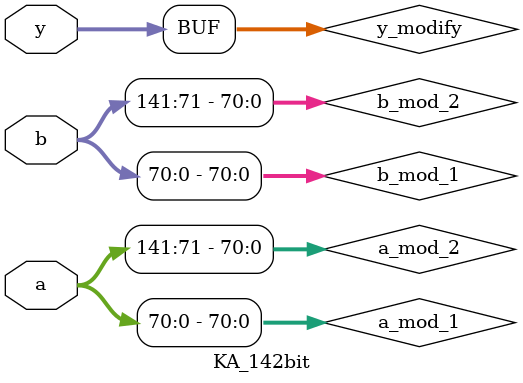
<source format=v>
`timescale 1ns / 1ps

module KA_142bit(
    a,
    b,
    y
    );

input [141:0] a;
input [141:0] b;

input [282:0] y;


wire [70:0] a_mod_1; //71
wire [70:0] b_mod_1; //71
wire [140:0] y_mod_1;  //141

wire [70:0] a_mod_2; //71
wire [70:0] b_mod_2; //71
wire [140:0] y_mod_2; //141

wire [70:0] a_mod_3; //71
wire [70:0] b_mod_3; //71
wire [140:0] y_mod_3; //141

wire [140:0] B1_out1, B1_out2, B1_out3;

wire [282:0] y_modify;


KA_71bit bit_mod_1 (.y(y_mod_1), .a(a_mod_1), .b(b_mod_1));
KA_71bit bit_mod_2 (.y(y_mod_2), .a(a_mod_2), .b(b_mod_2));
KA_71bit bit_mod_3 (.y(y_mod_3), .a(a_mod_3), .b(b_mod_3));

assign a_mod_1 = a[70:0], b_mod_1 = b[70:0];

assign a_mod_2 = a[141:71], b_mod_2 = b[141:71];

assign a_mod_3 = a[70:0]^a[141:71], b_mod_3 = b[70:0]^b[141:71];



assign B1_out1 = y_mod_1;

assign B1_out2 = y_mod_1 ^ y_mod_2 ^ y_mod_3 ;

assign B1_out3 = y_mod_2;


overlap_module_142bit ov_mod (
        .B2_in1(B1_out1),
        .B2_in2(B1_out2),
        .B2_in3(B1_out3),
        .B2_out(y_modify)
        );

assign y = y_modify[282:0];

endmodule
</source>
